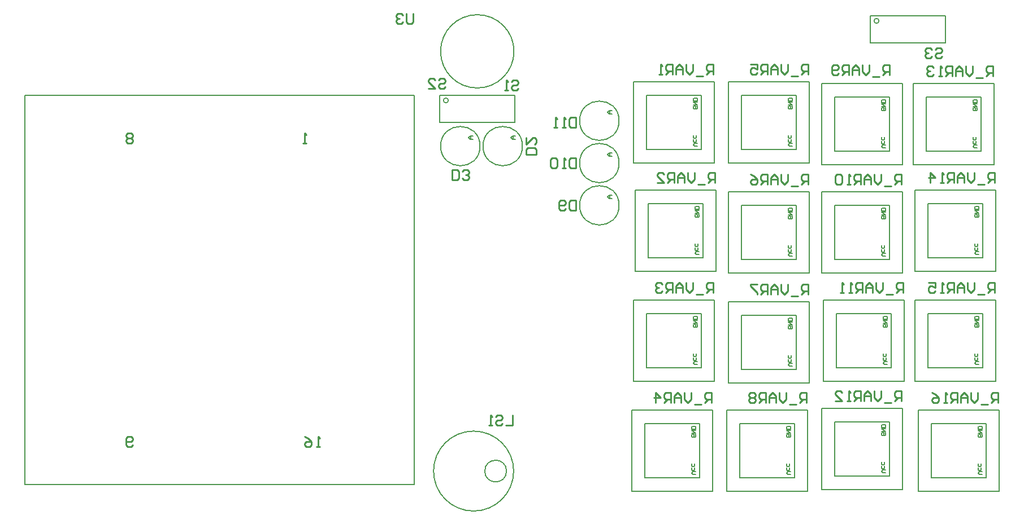
<source format=gbo>
%FSLAX44Y44*%
%MOMM*%
G71*
G01*
G75*
G04 Layer_Color=32896*
%ADD10R,1.1000X0.6000*%
%ADD11R,1.5000X0.2500*%
%ADD12R,0.2500X1.5000*%
%ADD13R,0.6000X2.0000*%
%ADD14R,0.5588X1.6002*%
%ADD15R,0.8000X0.4000*%
%ADD16R,0.9000X0.5000*%
%ADD17C,1.2000*%
G04:AMPARAMS|DCode=18|XSize=1.5mm|YSize=0.8mm|CornerRadius=0.2mm|HoleSize=0mm|Usage=FLASHONLY|Rotation=0.000|XOffset=0mm|YOffset=0mm|HoleType=Round|Shape=RoundedRectangle|*
%AMROUNDEDRECTD18*
21,1,1.5000,0.4000,0,0,0.0*
21,1,1.1000,0.8000,0,0,0.0*
1,1,0.4000,0.5500,-0.2000*
1,1,0.4000,-0.5500,-0.2000*
1,1,0.4000,-0.5500,0.2000*
1,1,0.4000,0.5500,0.2000*
%
%ADD18ROUNDEDRECTD18*%
G04:AMPARAMS|DCode=19|XSize=1.5mm|YSize=0.8mm|CornerRadius=0.2mm|HoleSize=0mm|Usage=FLASHONLY|Rotation=90.000|XOffset=0mm|YOffset=0mm|HoleType=Round|Shape=RoundedRectangle|*
%AMROUNDEDRECTD19*
21,1,1.5000,0.4000,0,0,90.0*
21,1,1.1000,0.8000,0,0,90.0*
1,1,0.4000,0.2000,0.5500*
1,1,0.4000,0.2000,-0.5500*
1,1,0.4000,-0.2000,-0.5500*
1,1,0.4000,-0.2000,0.5500*
%
%ADD19ROUNDEDRECTD19*%
%ADD20O,1.0000X1.6000*%
G04:AMPARAMS|DCode=21|XSize=1.6mm|YSize=1.8mm|CornerRadius=0.4mm|HoleSize=0mm|Usage=FLASHONLY|Rotation=0.000|XOffset=0mm|YOffset=0mm|HoleType=Round|Shape=RoundedRectangle|*
%AMROUNDEDRECTD21*
21,1,1.6000,1.0000,0,0,0.0*
21,1,0.8000,1.8000,0,0,0.0*
1,1,0.8000,0.4000,-0.5000*
1,1,0.8000,-0.4000,-0.5000*
1,1,0.8000,-0.4000,0.5000*
1,1,0.8000,0.4000,0.5000*
%
%ADD21ROUNDEDRECTD21*%
%ADD22R,0.5000X0.9000*%
%ADD23R,1.7000X2.2000*%
%ADD24R,0.5000X0.6000*%
%ADD25R,0.4000X0.8000*%
%ADD26R,0.6000X0.5000*%
%ADD27R,0.6000X0.6000*%
%ADD28R,4.5000X1.7500*%
%ADD29C,0.2000*%
%ADD30C,1.0000*%
%ADD31C,0.4000*%
%ADD32C,1.5240*%
%ADD33O,2.6416X1.3208*%
%ADD34R,1.5240X1.5240*%
%ADD35C,2.4000*%
%ADD36R,1.2000X2.8000*%
%ADD37C,1.8000*%
%ADD38C,2.0000*%
%ADD39C,1.7000*%
%ADD40R,1.7000X1.7000*%
%ADD41C,1.2700*%
%ADD42C,0.1000*%
%ADD43C,0.1524*%
%ADD44C,0.1500*%
%ADD45C,0.0500*%
%ADD46C,0.1270*%
%ADD47C,0.2540*%
%ADD48R,1.1800X0.6800*%
%ADD49R,1.5800X0.3300*%
%ADD50R,0.3300X1.5800*%
%ADD51R,0.6800X2.0800*%
%ADD52R,0.6388X1.6802*%
%ADD53R,0.8800X0.4800*%
%ADD54R,0.9800X0.5800*%
%ADD55C,1.2800*%
G04:AMPARAMS|DCode=56|XSize=1.58mm|YSize=0.88mm|CornerRadius=0.24mm|HoleSize=0mm|Usage=FLASHONLY|Rotation=0.000|XOffset=0mm|YOffset=0mm|HoleType=Round|Shape=RoundedRectangle|*
%AMROUNDEDRECTD56*
21,1,1.5800,0.4000,0,0,0.0*
21,1,1.1000,0.8800,0,0,0.0*
1,1,0.4800,0.5500,-0.2000*
1,1,0.4800,-0.5500,-0.2000*
1,1,0.4800,-0.5500,0.2000*
1,1,0.4800,0.5500,0.2000*
%
%ADD56ROUNDEDRECTD56*%
G04:AMPARAMS|DCode=57|XSize=1.58mm|YSize=0.88mm|CornerRadius=0.24mm|HoleSize=0mm|Usage=FLASHONLY|Rotation=90.000|XOffset=0mm|YOffset=0mm|HoleType=Round|Shape=RoundedRectangle|*
%AMROUNDEDRECTD57*
21,1,1.5800,0.4000,0,0,90.0*
21,1,1.1000,0.8800,0,0,90.0*
1,1,0.4800,0.2000,0.5500*
1,1,0.4800,0.2000,-0.5500*
1,1,0.4800,-0.2000,-0.5500*
1,1,0.4800,-0.2000,0.5500*
%
%ADD57ROUNDEDRECTD57*%
%ADD58O,1.0800X1.6800*%
G04:AMPARAMS|DCode=59|XSize=1.68mm|YSize=1.88mm|CornerRadius=0.44mm|HoleSize=0mm|Usage=FLASHONLY|Rotation=0.000|XOffset=0mm|YOffset=0mm|HoleType=Round|Shape=RoundedRectangle|*
%AMROUNDEDRECTD59*
21,1,1.6800,1.0000,0,0,0.0*
21,1,0.8000,1.8800,0,0,0.0*
1,1,0.8800,0.4000,-0.5000*
1,1,0.8800,-0.4000,-0.5000*
1,1,0.8800,-0.4000,0.5000*
1,1,0.8800,0.4000,0.5000*
%
%ADD59ROUNDEDRECTD59*%
%ADD60R,0.5800X0.9800*%
%ADD61R,1.7800X2.2800*%
%ADD62R,0.5800X0.6800*%
%ADD63R,0.4800X0.8800*%
%ADD64R,0.6800X0.5800*%
%ADD65R,0.6800X0.6800*%
%ADD66R,4.5800X1.8300*%
%ADD67C,1.6040*%
%ADD68O,2.7216X1.4008*%
%ADD69R,1.6040X1.6040*%
%ADD70C,2.4800*%
%ADD71R,1.2800X2.8800*%
%ADD72C,1.8800*%
%ADD73C,2.0800*%
%ADD74C,1.7800*%
%ADD75R,1.7800X1.7800*%
%ADD76C,1.3500*%
D44*
X747900Y132000D02*
G03*
X747900Y132000I-60000J0D01*
G01*
X737176D02*
G03*
X737176Y132000I-16276J0D01*
G01*
X697520Y619760D02*
G03*
X697520Y619760I-29500J0D01*
G01*
X761020D02*
G03*
X761020Y619760I-29500J0D01*
G01*
X650022Y688340D02*
G03*
X650022Y688340I-3592J0D01*
G01*
X748420Y762000D02*
G03*
X748420Y762000I-55000J0D01*
G01*
X1295182Y807720D02*
G03*
X1295182Y807720I-3592J0D01*
G01*
X905800Y657860D02*
G03*
X905800Y657860I-29500J0D01*
G01*
Y594360D02*
G03*
X905800Y594360I-29500J0D01*
G01*
Y530860D02*
G03*
X905800Y530860I-29500J0D01*
G01*
X637420Y655640D02*
Y695640D01*
X749420Y655640D02*
Y695640D01*
X637420D02*
X749420D01*
X637420Y655640D02*
X749420D01*
X1282580Y775020D02*
Y815020D01*
X1394580Y775020D02*
Y815020D01*
X1282580D02*
X1394580D01*
X1282580Y775020D02*
X1394580D01*
X1366360Y693580D02*
X1447960D01*
X1366360Y611980D02*
Y693580D01*
X1346360Y713580D02*
X1467960D01*
X1346360Y591980D02*
Y713580D01*
X1467960Y591980D02*
Y713580D01*
X1346360Y591980D02*
X1467960D01*
X1366360Y611980D02*
X1447960D01*
Y693580D01*
X1089500Y696120D02*
X1171100D01*
X1089500Y614520D02*
Y696120D01*
X1069500Y716120D02*
X1191100D01*
X1069500Y594520D02*
Y716120D01*
X1191100Y594520D02*
Y716120D01*
X1069500Y594520D02*
X1191100D01*
X1089500Y614520D02*
X1171100D01*
Y696120D01*
X947260D02*
X1028860D01*
X947260Y614520D02*
Y696120D01*
X927260Y716120D02*
X1048860D01*
X927260Y594520D02*
Y716120D01*
X1048860Y594520D02*
Y716120D01*
X927260Y594520D02*
X1048860D01*
X947260Y614520D02*
X1028860D01*
Y696120D01*
X949800Y533560D02*
X1031400D01*
X949800Y451960D02*
Y533560D01*
X929800Y553560D02*
X1051400D01*
X929800Y431960D02*
Y553560D01*
X1051400Y431960D02*
Y553560D01*
X929800Y431960D02*
X1051400D01*
X949800Y451960D02*
X1031400D01*
Y533560D01*
X1089500Y531020D02*
X1171100D01*
X1089500Y449420D02*
Y531020D01*
X1069500Y551020D02*
X1191100D01*
X1069500Y429420D02*
Y551020D01*
X1191100Y429420D02*
Y551020D01*
X1069500Y429420D02*
X1191100D01*
X1089500Y449420D02*
X1171100D01*
Y531020D01*
X1229200D02*
X1310800D01*
X1229200Y449420D02*
Y531020D01*
X1209200Y551020D02*
X1330800D01*
X1209200Y429420D02*
Y551020D01*
X1330800Y429420D02*
Y551020D01*
X1209200Y429420D02*
X1330800D01*
X1229200Y449420D02*
X1310800D01*
Y531020D01*
X1368900Y533560D02*
X1450500D01*
X1368900Y451960D02*
Y533560D01*
X1348900Y553560D02*
X1470500D01*
X1348900Y431960D02*
Y553560D01*
X1470500Y431960D02*
Y553560D01*
X1348900Y431960D02*
X1470500D01*
X1368900Y451960D02*
X1450500D01*
Y533560D01*
X1368900Y368460D02*
X1450500D01*
X1368900Y286860D02*
Y368460D01*
X1348900Y388460D02*
X1470500D01*
X1348900Y266860D02*
Y388460D01*
X1470500Y266860D02*
Y388460D01*
X1348900Y266860D02*
X1470500D01*
X1368900Y286860D02*
X1450500D01*
Y368460D01*
X1231740D02*
X1313340D01*
X1231740Y286860D02*
Y368460D01*
X1211740Y388460D02*
X1333340D01*
X1211740Y266860D02*
Y388460D01*
X1333340Y266860D02*
Y388460D01*
X1211740Y266860D02*
X1333340D01*
X1231740Y286860D02*
X1313340D01*
Y368460D01*
X1089500Y365920D02*
X1171100D01*
X1089500Y284320D02*
Y365920D01*
X1069500Y385920D02*
X1191100D01*
X1069500Y264320D02*
Y385920D01*
X1191100Y264320D02*
Y385920D01*
X1069500Y264320D02*
X1191100D01*
X1089500Y284320D02*
X1171100D01*
Y365920D01*
X944720Y203360D02*
X1026320D01*
X944720Y121760D02*
Y203360D01*
X924720Y223360D02*
X1046320D01*
X924720Y101760D02*
Y223360D01*
X1046320Y101760D02*
Y223360D01*
X924720Y101760D02*
X1046320D01*
X944720Y121760D02*
X1026320D01*
Y203360D01*
X947260Y368460D02*
X1028860D01*
X947260Y286860D02*
Y368460D01*
X927260Y388460D02*
X1048860D01*
X927260Y266860D02*
Y388460D01*
X1048860Y266860D02*
Y388460D01*
X927260Y266860D02*
X1048860D01*
X947260Y286860D02*
X1028860D01*
Y368460D01*
X1086960Y203360D02*
X1168560D01*
X1086960Y121760D02*
Y203360D01*
X1066960Y223360D02*
X1188560D01*
X1066960Y101760D02*
Y223360D01*
X1188560Y101760D02*
Y223360D01*
X1066960Y101760D02*
X1188560D01*
X1086960Y121760D02*
X1168560D01*
Y203360D01*
X1229200Y205900D02*
X1310800D01*
X1229200Y124300D02*
Y205900D01*
X1209200Y225900D02*
X1330800D01*
X1209200Y104300D02*
Y225900D01*
X1330800Y104300D02*
Y225900D01*
X1209200Y104300D02*
X1330800D01*
X1229200Y124300D02*
X1310800D01*
Y205900D01*
X1373980Y203360D02*
X1455580D01*
X1373980Y121760D02*
Y203360D01*
X1353980Y223360D02*
X1475580D01*
X1353980Y101760D02*
Y223360D01*
X1475580Y101760D02*
Y223360D01*
X1353980Y101760D02*
X1475580D01*
X1373980Y121760D02*
X1455580D01*
Y203360D01*
X1229200Y693580D02*
X1310800D01*
X1229200Y611980D02*
Y693580D01*
X1209200Y713580D02*
X1330800D01*
X1209200Y591980D02*
Y713580D01*
X1330800Y591980D02*
Y713580D01*
X1209200Y591980D02*
X1330800D01*
X1229200Y611980D02*
X1310800D01*
Y693580D01*
X15640Y112160D02*
Y695560D01*
X599040Y112160D02*
Y695560D01*
X15640Y112160D02*
X599040D01*
X15640Y695560D02*
X599040D01*
X687070Y635000D02*
X682405D01*
X680072Y632667D01*
X682405Y630335D01*
X687070D01*
X683571D01*
Y635000D01*
X750570D02*
X745905D01*
X743572Y632667D01*
X745905Y630335D01*
X750570D01*
X747071D01*
Y635000D01*
X1442368Y617220D02*
X1438369D01*
X1436370Y619219D01*
X1438369Y621219D01*
X1442368D01*
X1440369Y627217D02*
Y624218D01*
X1439369Y623218D01*
X1437370D01*
X1436370Y624218D01*
Y627217D01*
X1440369Y633215D02*
Y630216D01*
X1439369Y629216D01*
X1437370D01*
X1436370Y630216D01*
Y633215D01*
X1441368Y677099D02*
X1442368Y676099D01*
Y674100D01*
X1441368Y673100D01*
X1437370D01*
X1436370Y674100D01*
Y676099D01*
X1437370Y677099D01*
X1439369D01*
Y675099D01*
X1436370Y679098D02*
X1442368D01*
X1436370Y683097D01*
X1442368D01*
Y685096D02*
X1436370D01*
Y688095D01*
X1437370Y689095D01*
X1441368D01*
X1442368Y688095D01*
Y685096D01*
X1165508Y619760D02*
X1161509D01*
X1159510Y621759D01*
X1161509Y623759D01*
X1165508D01*
X1163509Y629757D02*
Y626758D01*
X1162509Y625758D01*
X1160510D01*
X1159510Y626758D01*
Y629757D01*
X1163509Y635755D02*
Y632756D01*
X1162509Y631756D01*
X1160510D01*
X1159510Y632756D01*
Y635755D01*
X1164508Y679639D02*
X1165508Y678639D01*
Y676640D01*
X1164508Y675640D01*
X1160510D01*
X1159510Y676640D01*
Y678639D01*
X1160510Y679639D01*
X1162509D01*
Y677639D01*
X1159510Y681638D02*
X1165508D01*
X1159510Y685637D01*
X1165508D01*
Y687636D02*
X1159510D01*
Y690635D01*
X1160510Y691635D01*
X1164508D01*
X1165508Y690635D01*
Y687636D01*
X1023268Y619760D02*
X1019269D01*
X1017270Y621759D01*
X1019269Y623759D01*
X1023268D01*
X1021269Y629757D02*
Y626758D01*
X1020269Y625758D01*
X1018270D01*
X1017270Y626758D01*
Y629757D01*
X1021269Y635755D02*
Y632756D01*
X1020269Y631756D01*
X1018270D01*
X1017270Y632756D01*
Y635755D01*
X1022268Y679639D02*
X1023268Y678639D01*
Y676640D01*
X1022268Y675640D01*
X1018270D01*
X1017270Y676640D01*
Y678639D01*
X1018270Y679639D01*
X1020269D01*
Y677639D01*
X1017270Y681638D02*
X1023268D01*
X1017270Y685637D01*
X1023268D01*
Y687636D02*
X1017270D01*
Y690635D01*
X1018270Y691635D01*
X1022268D01*
X1023268Y690635D01*
Y687636D01*
X1025808Y457200D02*
X1021809D01*
X1019810Y459199D01*
X1021809Y461199D01*
X1025808D01*
X1023809Y467197D02*
Y464198D01*
X1022809Y463198D01*
X1020810D01*
X1019810Y464198D01*
Y467197D01*
X1023809Y473195D02*
Y470196D01*
X1022809Y469196D01*
X1020810D01*
X1019810Y470196D01*
Y473195D01*
X1024808Y517079D02*
X1025808Y516079D01*
Y514080D01*
X1024808Y513080D01*
X1020810D01*
X1019810Y514080D01*
Y516079D01*
X1020810Y517079D01*
X1022809D01*
Y515079D01*
X1019810Y519078D02*
X1025808D01*
X1019810Y523077D01*
X1025808D01*
Y525076D02*
X1019810D01*
Y528075D01*
X1020810Y529075D01*
X1024808D01*
X1025808Y528075D01*
Y525076D01*
X1165508Y454660D02*
X1161509D01*
X1159510Y456659D01*
X1161509Y458659D01*
X1165508D01*
X1163509Y464657D02*
Y461658D01*
X1162509Y460658D01*
X1160510D01*
X1159510Y461658D01*
Y464657D01*
X1163509Y470655D02*
Y467656D01*
X1162509Y466656D01*
X1160510D01*
X1159510Y467656D01*
Y470655D01*
X1164508Y514539D02*
X1165508Y513539D01*
Y511540D01*
X1164508Y510540D01*
X1160510D01*
X1159510Y511540D01*
Y513539D01*
X1160510Y514539D01*
X1162509D01*
Y512539D01*
X1159510Y516538D02*
X1165508D01*
X1159510Y520537D01*
X1165508D01*
Y522536D02*
X1159510D01*
Y525535D01*
X1160510Y526535D01*
X1164508D01*
X1165508Y525535D01*
Y522536D01*
X1305208Y454660D02*
X1301209D01*
X1299210Y456659D01*
X1301209Y458659D01*
X1305208D01*
X1303209Y464657D02*
Y461658D01*
X1302209Y460658D01*
X1300210D01*
X1299210Y461658D01*
Y464657D01*
X1303209Y470655D02*
Y467656D01*
X1302209Y466656D01*
X1300210D01*
X1299210Y467656D01*
Y470655D01*
X1304208Y514539D02*
X1305208Y513539D01*
Y511540D01*
X1304208Y510540D01*
X1300210D01*
X1299210Y511540D01*
Y513539D01*
X1300210Y514539D01*
X1302209D01*
Y512539D01*
X1299210Y516538D02*
X1305208D01*
X1299210Y520537D01*
X1305208D01*
Y522536D02*
X1299210D01*
Y525535D01*
X1300210Y526535D01*
X1304208D01*
X1305208Y525535D01*
Y522536D01*
X1444908Y457200D02*
X1440909D01*
X1438910Y459199D01*
X1440909Y461199D01*
X1444908D01*
X1442909Y467197D02*
Y464198D01*
X1441909Y463198D01*
X1439910D01*
X1438910Y464198D01*
Y467197D01*
X1442909Y473195D02*
Y470196D01*
X1441909Y469196D01*
X1439910D01*
X1438910Y470196D01*
Y473195D01*
X1443908Y517079D02*
X1444908Y516079D01*
Y514080D01*
X1443908Y513080D01*
X1439910D01*
X1438910Y514080D01*
Y516079D01*
X1439910Y517079D01*
X1441909D01*
Y515079D01*
X1438910Y519078D02*
X1444908D01*
X1438910Y523077D01*
X1444908D01*
Y525076D02*
X1438910D01*
Y528075D01*
X1439910Y529075D01*
X1443908D01*
X1444908Y528075D01*
Y525076D01*
Y292100D02*
X1440909D01*
X1438910Y294099D01*
X1440909Y296099D01*
X1444908D01*
X1442909Y302097D02*
Y299098D01*
X1441909Y298098D01*
X1439910D01*
X1438910Y299098D01*
Y302097D01*
X1442909Y308095D02*
Y305096D01*
X1441909Y304096D01*
X1439910D01*
X1438910Y305096D01*
Y308095D01*
X1443908Y351979D02*
X1444908Y350979D01*
Y348980D01*
X1443908Y347980D01*
X1439910D01*
X1438910Y348980D01*
Y350979D01*
X1439910Y351979D01*
X1441909D01*
Y349979D01*
X1438910Y353978D02*
X1444908D01*
X1438910Y357977D01*
X1444908D01*
Y359976D02*
X1438910D01*
Y362975D01*
X1439910Y363975D01*
X1443908D01*
X1444908Y362975D01*
Y359976D01*
X1307748Y292100D02*
X1303749D01*
X1301750Y294099D01*
X1303749Y296099D01*
X1307748D01*
X1305749Y302097D02*
Y299098D01*
X1304749Y298098D01*
X1302750D01*
X1301750Y299098D01*
Y302097D01*
X1305749Y308095D02*
Y305096D01*
X1304749Y304096D01*
X1302750D01*
X1301750Y305096D01*
Y308095D01*
X1306748Y351979D02*
X1307748Y350979D01*
Y348980D01*
X1306748Y347980D01*
X1302750D01*
X1301750Y348980D01*
Y350979D01*
X1302750Y351979D01*
X1304749D01*
Y349979D01*
X1301750Y353978D02*
X1307748D01*
X1301750Y357977D01*
X1307748D01*
Y359976D02*
X1301750D01*
Y362975D01*
X1302750Y363975D01*
X1306748D01*
X1307748Y362975D01*
Y359976D01*
X1165508Y289560D02*
X1161509D01*
X1159510Y291559D01*
X1161509Y293559D01*
X1165508D01*
X1163509Y299557D02*
Y296558D01*
X1162509Y295558D01*
X1160510D01*
X1159510Y296558D01*
Y299557D01*
X1163509Y305555D02*
Y302556D01*
X1162509Y301556D01*
X1160510D01*
X1159510Y302556D01*
Y305555D01*
X1164508Y349439D02*
X1165508Y348439D01*
Y346440D01*
X1164508Y345440D01*
X1160510D01*
X1159510Y346440D01*
Y348439D01*
X1160510Y349439D01*
X1162509D01*
Y347439D01*
X1159510Y351438D02*
X1165508D01*
X1159510Y355437D01*
X1165508D01*
Y357436D02*
X1159510D01*
Y360435D01*
X1160510Y361435D01*
X1164508D01*
X1165508Y360435D01*
Y357436D01*
X1020728Y127000D02*
X1016729D01*
X1014730Y128999D01*
X1016729Y130999D01*
X1020728D01*
X1018729Y136997D02*
Y133998D01*
X1017729Y132998D01*
X1015730D01*
X1014730Y133998D01*
Y136997D01*
X1018729Y142995D02*
Y139996D01*
X1017729Y138996D01*
X1015730D01*
X1014730Y139996D01*
Y142995D01*
X1019728Y186879D02*
X1020728Y185879D01*
Y183880D01*
X1019728Y182880D01*
X1015730D01*
X1014730Y183880D01*
Y185879D01*
X1015730Y186879D01*
X1017729D01*
Y184879D01*
X1014730Y188878D02*
X1020728D01*
X1014730Y192877D01*
X1020728D01*
Y194876D02*
X1014730D01*
Y197875D01*
X1015730Y198875D01*
X1019728D01*
X1020728Y197875D01*
Y194876D01*
X1023268Y292100D02*
X1019269D01*
X1017270Y294099D01*
X1019269Y296099D01*
X1023268D01*
X1021269Y302097D02*
Y299098D01*
X1020269Y298098D01*
X1018270D01*
X1017270Y299098D01*
Y302097D01*
X1021269Y308095D02*
Y305096D01*
X1020269Y304096D01*
X1018270D01*
X1017270Y305096D01*
Y308095D01*
X1022268Y351979D02*
X1023268Y350979D01*
Y348980D01*
X1022268Y347980D01*
X1018270D01*
X1017270Y348980D01*
Y350979D01*
X1018270Y351979D01*
X1020269D01*
Y349979D01*
X1017270Y353978D02*
X1023268D01*
X1017270Y357977D01*
X1023268D01*
Y359976D02*
X1017270D01*
Y362975D01*
X1018270Y363975D01*
X1022268D01*
X1023268Y362975D01*
Y359976D01*
X1162968Y127000D02*
X1158969D01*
X1156970Y128999D01*
X1158969Y130999D01*
X1162968D01*
X1160969Y136997D02*
Y133998D01*
X1159969Y132998D01*
X1157970D01*
X1156970Y133998D01*
Y136997D01*
X1160969Y142995D02*
Y139996D01*
X1159969Y138996D01*
X1157970D01*
X1156970Y139996D01*
Y142995D01*
X1161968Y186879D02*
X1162968Y185879D01*
Y183880D01*
X1161968Y182880D01*
X1157970D01*
X1156970Y183880D01*
Y185879D01*
X1157970Y186879D01*
X1159969D01*
Y184879D01*
X1156970Y188878D02*
X1162968D01*
X1156970Y192877D01*
X1162968D01*
Y194876D02*
X1156970D01*
Y197875D01*
X1157970Y198875D01*
X1161968D01*
X1162968Y197875D01*
Y194876D01*
X1305208Y129540D02*
X1301209D01*
X1299210Y131539D01*
X1301209Y133539D01*
X1305208D01*
X1303209Y139537D02*
Y136538D01*
X1302209Y135538D01*
X1300210D01*
X1299210Y136538D01*
Y139537D01*
X1303209Y145535D02*
Y142536D01*
X1302209Y141536D01*
X1300210D01*
X1299210Y142536D01*
Y145535D01*
X1304208Y189419D02*
X1305208Y188419D01*
Y186420D01*
X1304208Y185420D01*
X1300210D01*
X1299210Y186420D01*
Y188419D01*
X1300210Y189419D01*
X1302209D01*
Y187419D01*
X1299210Y191418D02*
X1305208D01*
X1299210Y195417D01*
X1305208D01*
Y197416D02*
X1299210D01*
Y200415D01*
X1300210Y201415D01*
X1304208D01*
X1305208Y200415D01*
Y197416D01*
X1449988Y127000D02*
X1445989D01*
X1443990Y128999D01*
X1445989Y130999D01*
X1449988D01*
X1447989Y136997D02*
Y133998D01*
X1446989Y132998D01*
X1444990D01*
X1443990Y133998D01*
Y136997D01*
X1447989Y142995D02*
Y139996D01*
X1446989Y138996D01*
X1444990D01*
X1443990Y139996D01*
Y142995D01*
X1448988Y186879D02*
X1449988Y185879D01*
Y183880D01*
X1448988Y182880D01*
X1444990D01*
X1443990Y183880D01*
Y185879D01*
X1444990Y186879D01*
X1446989D01*
Y184879D01*
X1443990Y188878D02*
X1449988D01*
X1443990Y192877D01*
X1449988D01*
Y194876D02*
X1443990D01*
Y197875D01*
X1444990Y198875D01*
X1448988D01*
X1449988Y197875D01*
Y194876D01*
X1305208Y617220D02*
X1301209D01*
X1299210Y619219D01*
X1301209Y621219D01*
X1305208D01*
X1303209Y627217D02*
Y624218D01*
X1302209Y623218D01*
X1300210D01*
X1299210Y624218D01*
Y627217D01*
X1303209Y633215D02*
Y630216D01*
X1302209Y629216D01*
X1300210D01*
X1299210Y630216D01*
Y633215D01*
X1304208Y677099D02*
X1305208Y676099D01*
Y674100D01*
X1304208Y673100D01*
X1300210D01*
X1299210Y674100D01*
Y676099D01*
X1300210Y677099D01*
X1302209D01*
Y675099D01*
X1299210Y679098D02*
X1305208D01*
X1299210Y683097D01*
X1305208D01*
Y685096D02*
X1299210D01*
Y688095D01*
X1300210Y689095D01*
X1304208D01*
X1305208Y688095D01*
Y685096D01*
X895350Y673100D02*
X890685D01*
X888352Y670767D01*
X890685Y668435D01*
X895350D01*
X891851D01*
Y673100D01*
X895350Y609600D02*
X890685D01*
X888352Y607267D01*
X890685Y604935D01*
X895350D01*
X891851D01*
Y609600D01*
X895350Y546100D02*
X890685D01*
X888352Y543767D01*
X890685Y541435D01*
X895350D01*
X891851D01*
Y546100D01*
D47*
X745998Y215503D02*
Y200268D01*
X735841D01*
X720606Y212964D02*
X723145Y215503D01*
X728224D01*
X730763Y212964D01*
Y210425D01*
X728224Y207885D01*
X723145D01*
X720606Y205346D01*
Y202807D01*
X723145Y200268D01*
X728224D01*
X730763Y202807D01*
X715528Y200268D02*
X710450D01*
X712989D01*
Y215503D01*
X715528Y212964D01*
X597154Y819065D02*
Y806369D01*
X594615Y803830D01*
X589537D01*
X586997Y806369D01*
Y819065D01*
X581919Y816526D02*
X579380Y819065D01*
X574301D01*
X571762Y816526D01*
Y813987D01*
X574301Y811448D01*
X576841D01*
X574301D01*
X571762Y808908D01*
Y806369D01*
X574301Y803830D01*
X579380D01*
X581919Y806369D01*
X1379223Y764536D02*
X1381763Y767075D01*
X1386841D01*
X1389380Y764536D01*
Y761997D01*
X1386841Y759457D01*
X1381763D01*
X1379223Y756918D01*
Y754379D01*
X1381763Y751840D01*
X1386841D01*
X1389380Y754379D01*
X1374145Y764536D02*
X1371606Y767075D01*
X1366527D01*
X1363988Y764536D01*
Y761997D01*
X1366527Y759457D01*
X1369067D01*
X1366527D01*
X1363988Y756918D01*
Y754379D01*
X1366527Y751840D01*
X1371606D01*
X1374145Y754379D01*
X1473708Y234188D02*
Y249423D01*
X1466091D01*
X1463551Y246884D01*
Y241805D01*
X1466091Y239266D01*
X1473708D01*
X1468630D02*
X1463551Y234188D01*
X1458473Y231649D02*
X1448316D01*
X1443238Y249423D02*
Y239266D01*
X1438159Y234188D01*
X1433081Y239266D01*
Y249423D01*
X1428003Y234188D02*
Y244345D01*
X1422924Y249423D01*
X1417846Y244345D01*
Y234188D01*
Y241805D01*
X1428003D01*
X1412768Y234188D02*
Y249423D01*
X1405150D01*
X1402611Y246884D01*
Y241805D01*
X1405150Y239266D01*
X1412768D01*
X1407689D02*
X1402611Y234188D01*
X1397533D02*
X1392454D01*
X1394993D01*
Y249423D01*
X1397533Y246884D01*
X1374680Y249423D02*
X1379758Y246884D01*
X1384837Y241805D01*
Y236727D01*
X1382298Y234188D01*
X1377219D01*
X1374680Y236727D01*
Y239266D01*
X1377219Y241805D01*
X1384837D01*
X1468628Y399288D02*
Y414523D01*
X1461010D01*
X1458471Y411984D01*
Y406906D01*
X1461010Y404366D01*
X1468628D01*
X1463550D02*
X1458471Y399288D01*
X1453393Y396749D02*
X1443236D01*
X1438158Y414523D02*
Y404366D01*
X1433080Y399288D01*
X1428001Y404366D01*
Y414523D01*
X1422923Y399288D02*
Y409445D01*
X1417844Y414523D01*
X1412766Y409445D01*
Y399288D01*
Y406906D01*
X1422923D01*
X1407688Y399288D02*
Y414523D01*
X1400070D01*
X1397531Y411984D01*
Y406906D01*
X1400070Y404366D01*
X1407688D01*
X1402609D02*
X1397531Y399288D01*
X1392453D02*
X1387374D01*
X1389913D01*
Y414523D01*
X1392453Y411984D01*
X1369600Y414523D02*
X1379757D01*
Y406906D01*
X1374678Y409445D01*
X1372139D01*
X1369600Y406906D01*
Y401827D01*
X1372139Y399288D01*
X1377218D01*
X1379757Y401827D01*
X1468628Y564388D02*
Y579623D01*
X1461010D01*
X1458471Y577084D01*
Y572006D01*
X1461010Y569466D01*
X1468628D01*
X1463550D02*
X1458471Y564388D01*
X1453393Y561849D02*
X1443236D01*
X1438158Y579623D02*
Y569466D01*
X1433080Y564388D01*
X1428001Y569466D01*
Y579623D01*
X1422923Y564388D02*
Y574545D01*
X1417844Y579623D01*
X1412766Y574545D01*
Y564388D01*
Y572006D01*
X1422923D01*
X1407688Y564388D02*
Y579623D01*
X1400070D01*
X1397531Y577084D01*
Y572006D01*
X1400070Y569466D01*
X1407688D01*
X1402609D02*
X1397531Y564388D01*
X1392453D02*
X1387374D01*
X1389913D01*
Y579623D01*
X1392453Y577084D01*
X1372139Y564388D02*
Y579623D01*
X1379757Y572006D01*
X1369600D01*
X1466088Y724408D02*
Y739643D01*
X1458470D01*
X1455931Y737104D01*
Y732026D01*
X1458470Y729486D01*
X1466088D01*
X1461010D02*
X1455931Y724408D01*
X1450853Y721869D02*
X1440696D01*
X1435618Y739643D02*
Y729486D01*
X1430540Y724408D01*
X1425461Y729486D01*
Y739643D01*
X1420383Y724408D02*
Y734565D01*
X1415304Y739643D01*
X1410226Y734565D01*
Y724408D01*
Y732026D01*
X1420383D01*
X1405148Y724408D02*
Y739643D01*
X1397530D01*
X1394991Y737104D01*
Y732026D01*
X1397530Y729486D01*
X1405148D01*
X1400069D02*
X1394991Y724408D01*
X1389913D02*
X1384834D01*
X1387374D01*
Y739643D01*
X1389913Y737104D01*
X1377217D02*
X1374678Y739643D01*
X1369599D01*
X1367060Y737104D01*
Y734565D01*
X1369599Y732026D01*
X1372138D01*
X1369599D01*
X1367060Y729486D01*
Y726947D01*
X1369599Y724408D01*
X1374678D01*
X1377217Y726947D01*
X1328928Y236728D02*
Y251963D01*
X1321310D01*
X1318771Y249424D01*
Y244345D01*
X1321310Y241806D01*
X1328928D01*
X1323850D02*
X1318771Y236728D01*
X1313693Y234189D02*
X1303536D01*
X1298458Y251963D02*
Y241806D01*
X1293380Y236728D01*
X1288301Y241806D01*
Y251963D01*
X1283223Y236728D02*
Y246885D01*
X1278144Y251963D01*
X1273066Y246885D01*
Y236728D01*
Y244345D01*
X1283223D01*
X1267988Y236728D02*
Y251963D01*
X1260370D01*
X1257831Y249424D01*
Y244345D01*
X1260370Y241806D01*
X1267988D01*
X1262909D02*
X1257831Y236728D01*
X1252753D02*
X1247674D01*
X1250213D01*
Y251963D01*
X1252753Y249424D01*
X1229900Y236728D02*
X1240057D01*
X1229900Y246885D01*
Y249424D01*
X1232439Y251963D01*
X1237518D01*
X1240057Y249424D01*
X1331468Y399288D02*
Y414523D01*
X1323851D01*
X1321311Y411984D01*
Y406906D01*
X1323851Y404366D01*
X1331468D01*
X1326390D02*
X1321311Y399288D01*
X1316233Y396749D02*
X1306076D01*
X1300998Y414523D02*
Y404366D01*
X1295919Y399288D01*
X1290841Y404366D01*
Y414523D01*
X1285763Y399288D02*
Y409445D01*
X1280684Y414523D01*
X1275606Y409445D01*
Y399288D01*
Y406906D01*
X1285763D01*
X1270528Y399288D02*
Y414523D01*
X1262910D01*
X1260371Y411984D01*
Y406906D01*
X1262910Y404366D01*
X1270528D01*
X1265449D02*
X1260371Y399288D01*
X1255293D02*
X1250214D01*
X1252754D01*
Y414523D01*
X1255293Y411984D01*
X1242597Y399288D02*
X1237518D01*
X1240058D01*
Y414523D01*
X1242597Y411984D01*
X1328928Y561848D02*
Y577083D01*
X1321310D01*
X1318771Y574544D01*
Y569465D01*
X1321310Y566926D01*
X1328928D01*
X1323850D02*
X1318771Y561848D01*
X1313693Y559309D02*
X1303536D01*
X1298458Y577083D02*
Y566926D01*
X1293380Y561848D01*
X1288301Y566926D01*
Y577083D01*
X1283223Y561848D02*
Y572005D01*
X1278144Y577083D01*
X1273066Y572005D01*
Y561848D01*
Y569465D01*
X1283223D01*
X1267988Y561848D02*
Y577083D01*
X1260370D01*
X1257831Y574544D01*
Y569465D01*
X1260370Y566926D01*
X1267988D01*
X1262909D02*
X1257831Y561848D01*
X1252753D02*
X1247674D01*
X1250213D01*
Y577083D01*
X1252753Y574544D01*
X1240057D02*
X1237518Y577083D01*
X1232439D01*
X1229900Y574544D01*
Y564387D01*
X1232439Y561848D01*
X1237518D01*
X1240057Y564387D01*
Y574544D01*
X1310640Y726440D02*
Y741675D01*
X1303022D01*
X1300483Y739136D01*
Y734057D01*
X1303022Y731518D01*
X1310640D01*
X1305562D02*
X1300483Y726440D01*
X1295405Y723901D02*
X1285248D01*
X1280170Y741675D02*
Y731518D01*
X1275091Y726440D01*
X1270013Y731518D01*
Y741675D01*
X1264935Y726440D02*
Y736597D01*
X1259856Y741675D01*
X1254778Y736597D01*
Y726440D01*
Y734057D01*
X1264935D01*
X1249700Y726440D02*
Y741675D01*
X1242082D01*
X1239543Y739136D01*
Y734057D01*
X1242082Y731518D01*
X1249700D01*
X1244621D02*
X1239543Y726440D01*
X1234465Y728979D02*
X1231926Y726440D01*
X1226847D01*
X1224308Y728979D01*
Y739136D01*
X1226847Y741675D01*
X1231926D01*
X1234465Y739136D01*
Y736597D01*
X1231926Y734057D01*
X1224308D01*
X1186688Y234188D02*
Y249423D01*
X1179071D01*
X1176531Y246884D01*
Y241805D01*
X1179071Y239266D01*
X1186688D01*
X1181610D02*
X1176531Y234188D01*
X1171453Y231649D02*
X1161296D01*
X1156218Y249423D02*
Y239266D01*
X1151140Y234188D01*
X1146061Y239266D01*
Y249423D01*
X1140983Y234188D02*
Y244345D01*
X1135904Y249423D01*
X1130826Y244345D01*
Y234188D01*
Y241805D01*
X1140983D01*
X1125748Y234188D02*
Y249423D01*
X1118130D01*
X1115591Y246884D01*
Y241805D01*
X1118130Y239266D01*
X1125748D01*
X1120669D02*
X1115591Y234188D01*
X1110513Y246884D02*
X1107973Y249423D01*
X1102895D01*
X1100356Y246884D01*
Y244345D01*
X1102895Y241805D01*
X1100356Y239266D01*
Y236727D01*
X1102895Y234188D01*
X1107973D01*
X1110513Y236727D01*
Y239266D01*
X1107973Y241805D01*
X1110513Y244345D01*
Y246884D01*
X1107973Y241805D02*
X1102895D01*
X1189228Y396748D02*
Y411983D01*
X1181610D01*
X1179071Y409444D01*
Y404366D01*
X1181610Y401826D01*
X1189228D01*
X1184150D02*
X1179071Y396748D01*
X1173993Y394209D02*
X1163836D01*
X1158758Y411983D02*
Y401826D01*
X1153680Y396748D01*
X1148601Y401826D01*
Y411983D01*
X1143523Y396748D02*
Y406905D01*
X1138444Y411983D01*
X1133366Y406905D01*
Y396748D01*
Y404366D01*
X1143523D01*
X1128288Y396748D02*
Y411983D01*
X1120670D01*
X1118131Y409444D01*
Y404366D01*
X1120670Y401826D01*
X1128288D01*
X1123209D02*
X1118131Y396748D01*
X1113053Y411983D02*
X1102896D01*
Y409444D01*
X1113053Y399287D01*
Y396748D01*
X1189228Y561848D02*
Y577083D01*
X1181610D01*
X1179071Y574544D01*
Y569465D01*
X1181610Y566926D01*
X1189228D01*
X1184150D02*
X1179071Y561848D01*
X1173993Y559309D02*
X1163836D01*
X1158758Y577083D02*
Y566926D01*
X1153680Y561848D01*
X1148601Y566926D01*
Y577083D01*
X1143523Y561848D02*
Y572005D01*
X1138444Y577083D01*
X1133366Y572005D01*
Y561848D01*
Y569465D01*
X1143523D01*
X1128288Y561848D02*
Y577083D01*
X1120670D01*
X1118131Y574544D01*
Y569465D01*
X1120670Y566926D01*
X1128288D01*
X1123209D02*
X1118131Y561848D01*
X1102896Y577083D02*
X1107974Y574544D01*
X1113053Y569465D01*
Y564387D01*
X1110514Y561848D01*
X1105435D01*
X1102896Y564387D01*
Y566926D01*
X1105435Y569465D01*
X1113053D01*
X1189228Y726948D02*
Y742183D01*
X1181610D01*
X1179071Y739644D01*
Y734566D01*
X1181610Y732026D01*
X1189228D01*
X1184150D02*
X1179071Y726948D01*
X1173993Y724409D02*
X1163836D01*
X1158758Y742183D02*
Y732026D01*
X1153680Y726948D01*
X1148601Y732026D01*
Y742183D01*
X1143523Y726948D02*
Y737105D01*
X1138444Y742183D01*
X1133366Y737105D01*
Y726948D01*
Y734566D01*
X1143523D01*
X1128288Y726948D02*
Y742183D01*
X1120670D01*
X1118131Y739644D01*
Y734566D01*
X1120670Y732026D01*
X1128288D01*
X1123209D02*
X1118131Y726948D01*
X1102896Y742183D02*
X1113053D01*
Y734566D01*
X1107974Y737105D01*
X1105435D01*
X1102896Y734566D01*
Y729487D01*
X1105435Y726948D01*
X1110514D01*
X1113053Y729487D01*
X1044448Y234188D02*
Y249423D01*
X1036831D01*
X1034291Y246884D01*
Y241805D01*
X1036831Y239266D01*
X1044448D01*
X1039370D02*
X1034291Y234188D01*
X1029213Y231649D02*
X1019056D01*
X1013978Y249423D02*
Y239266D01*
X1008900Y234188D01*
X1003821Y239266D01*
Y249423D01*
X998743Y234188D02*
Y244345D01*
X993664Y249423D01*
X988586Y244345D01*
Y234188D01*
Y241805D01*
X998743D01*
X983508Y234188D02*
Y249423D01*
X975890D01*
X973351Y246884D01*
Y241805D01*
X975890Y239266D01*
X983508D01*
X978429D02*
X973351Y234188D01*
X960655D02*
Y249423D01*
X968273Y241805D01*
X958116D01*
X1046988Y399288D02*
Y414523D01*
X1039370D01*
X1036831Y411984D01*
Y406906D01*
X1039370Y404366D01*
X1046988D01*
X1041910D02*
X1036831Y399288D01*
X1031753Y396749D02*
X1021596D01*
X1016518Y414523D02*
Y404366D01*
X1011440Y399288D01*
X1006361Y404366D01*
Y414523D01*
X1001283Y399288D02*
Y409445D01*
X996204Y414523D01*
X991126Y409445D01*
Y399288D01*
Y406906D01*
X1001283D01*
X986048Y399288D02*
Y414523D01*
X978430D01*
X975891Y411984D01*
Y406906D01*
X978430Y404366D01*
X986048D01*
X980969D02*
X975891Y399288D01*
X970813Y411984D02*
X968273Y414523D01*
X963195D01*
X960656Y411984D01*
Y409445D01*
X963195Y406906D01*
X965734D01*
X963195D01*
X960656Y404366D01*
Y401827D01*
X963195Y399288D01*
X968273D01*
X970813Y401827D01*
X1049528Y564388D02*
Y579623D01*
X1041910D01*
X1039371Y577084D01*
Y572006D01*
X1041910Y569466D01*
X1049528D01*
X1044450D02*
X1039371Y564388D01*
X1034293Y561849D02*
X1024136D01*
X1019058Y579623D02*
Y569466D01*
X1013979Y564388D01*
X1008901Y569466D01*
Y579623D01*
X1003823Y564388D02*
Y574545D01*
X998744Y579623D01*
X993666Y574545D01*
Y564388D01*
Y572006D01*
X1003823D01*
X988588Y564388D02*
Y579623D01*
X980970D01*
X978431Y577084D01*
Y572006D01*
X980970Y569466D01*
X988588D01*
X983509D02*
X978431Y564388D01*
X963196D02*
X973353D01*
X963196Y574545D01*
Y577084D01*
X965735Y579623D01*
X970814D01*
X973353Y577084D01*
X1046988Y726948D02*
Y742183D01*
X1039370D01*
X1036831Y739644D01*
Y734566D01*
X1039370Y732026D01*
X1046988D01*
X1041910D02*
X1036831Y726948D01*
X1031753Y724409D02*
X1021596D01*
X1016518Y742183D02*
Y732026D01*
X1011440Y726948D01*
X1006361Y732026D01*
Y742183D01*
X1001283Y726948D02*
Y737105D01*
X996204Y742183D01*
X991126Y737105D01*
Y726948D01*
Y734566D01*
X1001283D01*
X986048Y726948D02*
Y742183D01*
X978430D01*
X975891Y739644D01*
Y734566D01*
X978430Y732026D01*
X986048D01*
X980969D02*
X975891Y726948D01*
X970813D02*
X965734D01*
X968273D01*
Y742183D01*
X970813Y739644D01*
X781795Y607060D02*
X766560D01*
Y614678D01*
X769099Y617217D01*
X779256D01*
X781795Y614678D01*
Y607060D01*
X766560Y632452D02*
Y622295D01*
X776717Y632452D01*
X779256D01*
X781795Y629913D01*
Y624834D01*
X779256Y622295D01*
X655320Y568965D02*
Y584200D01*
X662937D01*
X665477Y581661D01*
Y571504D01*
X662937Y568965D01*
X655320D01*
X670555Y571504D02*
X673094Y568965D01*
X678173D01*
X680712Y571504D01*
Y574043D01*
X678173Y576582D01*
X675633D01*
X678173D01*
X680712Y579122D01*
Y581661D01*
X678173Y584200D01*
X673094D01*
X670555Y581661D01*
X840740Y538475D02*
Y523240D01*
X833122D01*
X830583Y525779D01*
Y535936D01*
X833122Y538475D01*
X840740D01*
X825505Y525779D02*
X822966Y523240D01*
X817887D01*
X815348Y525779D01*
Y535936D01*
X817887Y538475D01*
X822966D01*
X825505Y535936D01*
Y533397D01*
X822966Y530858D01*
X815348D01*
X840740Y601975D02*
Y586740D01*
X833122D01*
X830583Y589279D01*
Y599436D01*
X833122Y601975D01*
X840740D01*
X825505Y586740D02*
X820427D01*
X822966D01*
Y601975D01*
X825505Y599436D01*
X812809D02*
X810270Y601975D01*
X805191D01*
X802652Y599436D01*
Y589279D01*
X805191Y586740D01*
X810270D01*
X812809Y589279D01*
Y599436D01*
X840740Y662935D02*
Y647700D01*
X833122D01*
X830583Y650239D01*
Y660396D01*
X833122Y662935D01*
X840740D01*
X825505Y647700D02*
X820427D01*
X822966D01*
Y662935D01*
X825505Y660396D01*
X812809Y647700D02*
X807731D01*
X810270D01*
Y662935D01*
X812809Y660396D01*
X744223Y716276D02*
X746762Y718815D01*
X751841D01*
X754380Y716276D01*
Y713737D01*
X751841Y711198D01*
X746762D01*
X744223Y708658D01*
Y706119D01*
X746762Y703580D01*
X751841D01*
X754380Y706119D01*
X739145Y703580D02*
X734067D01*
X736606D01*
Y718815D01*
X739145Y716276D01*
X635003Y718816D02*
X637542Y721355D01*
X642621D01*
X645160Y718816D01*
Y716277D01*
X642621Y713737D01*
X637542D01*
X635003Y711198D01*
Y708659D01*
X637542Y706120D01*
X642621D01*
X645160Y708659D01*
X619768Y706120D02*
X629925D01*
X619768Y716277D01*
Y718816D01*
X622307Y721355D01*
X627386D01*
X629925Y718816D01*
X457340Y168860D02*
X452262D01*
X454801D01*
Y184095D01*
X457340Y181556D01*
X434487Y184095D02*
X439566Y181556D01*
X444644Y176478D01*
Y171399D01*
X442105Y168860D01*
X437027D01*
X434487Y171399D01*
Y173938D01*
X437027Y176478D01*
X444644D01*
X177340Y171399D02*
X174801Y168860D01*
X169722D01*
X167183Y171399D01*
Y181556D01*
X169722Y184095D01*
X174801D01*
X177340Y181556D01*
Y179017D01*
X174801Y176478D01*
X167183D01*
X177340Y636556D02*
X174801Y639095D01*
X169722D01*
X167183Y636556D01*
Y634017D01*
X169722Y631478D01*
X167183Y628938D01*
Y626399D01*
X169722Y623860D01*
X174801D01*
X177340Y626399D01*
Y628938D01*
X174801Y631478D01*
X177340Y634017D01*
Y636556D01*
X174801Y631478D02*
X169722D01*
X437340Y623860D02*
X432262D01*
X434801D01*
Y639095D01*
X437340Y636556D01*
M02*

</source>
